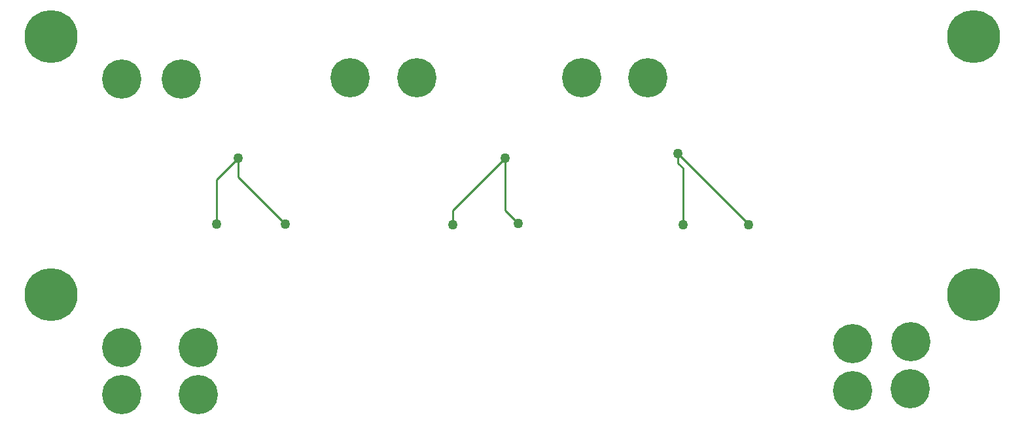
<source format=gbl>
G04*
G04 #@! TF.GenerationSoftware,Altium Limited,Altium Designer,18.1.6 (161)*
G04*
G04 Layer_Physical_Order=2*
G04 Layer_Color=16711680*
%FSLAX24Y24*%
%MOIN*%
G70*
G01*
G75*
%ADD12C,0.0100*%
%ADD42C,0.2700*%
%ADD43C,0.2000*%
%ADD44C,0.0500*%
D12*
X16300Y27326D02*
X18676Y24950D01*
X16300Y27326D02*
Y28300D01*
X15203Y27203D02*
X16300Y28300D01*
X15203Y24950D02*
Y27203D01*
X29900Y25632D02*
Y28300D01*
Y25632D02*
X30572Y24960D01*
X27220Y24900D02*
Y25620D01*
X29900Y28300D01*
X38950Y24900D02*
Y27800D01*
X38700Y28050D02*
Y28550D01*
X42303Y24947D01*
X38700Y28050D02*
X38950Y27800D01*
X42303Y24900D02*
Y24947D01*
X18676Y24950D02*
Y25071D01*
D42*
X6750Y21350D02*
D03*
X53750Y34500D02*
D03*
X6750D02*
D03*
X53750Y21350D02*
D03*
D43*
X33800Y32400D02*
D03*
X10362Y32350D02*
D03*
X13400D02*
D03*
X50550Y18925D02*
D03*
X50520Y16550D02*
D03*
X47600Y16450D02*
D03*
Y18850D02*
D03*
X14250Y18650D02*
D03*
X25400Y32400D02*
D03*
X37148D02*
D03*
X10370Y16250D02*
D03*
Y18650D02*
D03*
X22000Y32400D02*
D03*
X14250Y16250D02*
D03*
D44*
X16300Y28300D02*
D03*
X15203Y24950D02*
D03*
X29900Y28300D02*
D03*
X38950Y24900D02*
D03*
X38700Y28550D02*
D03*
X42303Y24900D02*
D03*
X27220D02*
D03*
X30572Y24960D02*
D03*
X18676Y24950D02*
D03*
M02*

</source>
